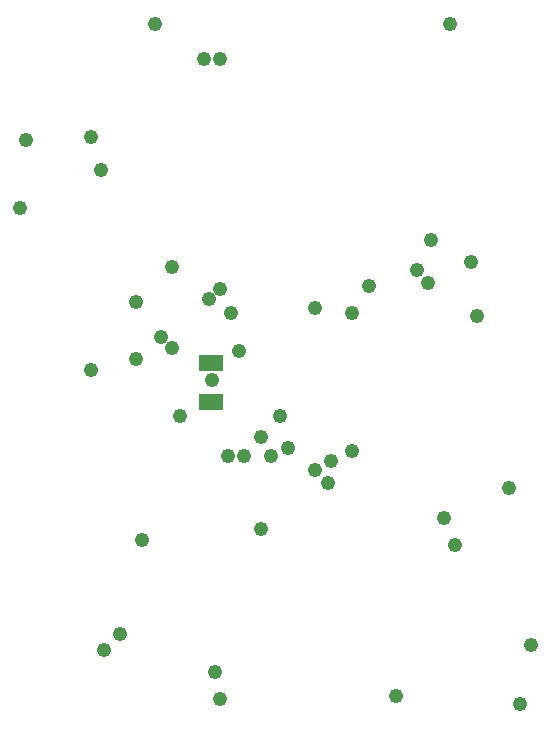
<source format=gbs>
G75*
%MOIN*%
%OFA0B0*%
%FSLAX25Y25*%
%IPPOS*%
%LPD*%
%AMOC8*
5,1,8,0,0,1.08239X$1,22.5*
%
%ADD10R,0.08300X0.05800*%
%ADD11C,0.04800*%
D10*
X0131709Y0124815D03*
X0131709Y0137815D03*
D11*
X0095894Y0041894D03*
X0101294Y0047294D03*
X0108494Y0078794D03*
X0137294Y0106694D03*
X0142694Y0106694D03*
X0148094Y0112994D03*
X0151694Y0106694D03*
X0157094Y0109394D03*
X0166094Y0102194D03*
X0171494Y0104894D03*
X0170594Y0097694D03*
X0178694Y0108494D03*
X0154394Y0120194D03*
X0140894Y0141794D03*
X0131894Y0131894D03*
X0121094Y0120194D03*
X0106694Y0139094D03*
X0114794Y0146294D03*
X0118394Y0142694D03*
X0106694Y0157994D03*
X0118394Y0169694D03*
X0130994Y0158894D03*
X0134594Y0162494D03*
X0138194Y0154394D03*
X0166094Y0156194D03*
X0178694Y0154394D03*
X0184094Y0163394D03*
X0200294Y0168794D03*
X0203894Y0164294D03*
X0218294Y0171494D03*
X0204794Y0178694D03*
X0220094Y0153494D03*
X0230894Y0095894D03*
X0212894Y0076994D03*
X0209294Y0085994D03*
X0238094Y0043694D03*
X0234494Y0023894D03*
X0193094Y0026594D03*
X0148094Y0082394D03*
X0132794Y0034694D03*
X0134594Y0025694D03*
X0091394Y0135494D03*
X0067994Y0189494D03*
X0069794Y0211994D03*
X0091394Y0212894D03*
X0094994Y0202094D03*
X0129194Y0238994D03*
X0134594Y0238994D03*
X0112994Y0250694D03*
X0211094Y0250694D03*
M02*

</source>
